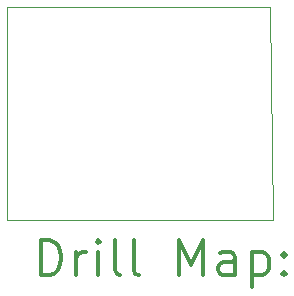
<source format=gbr>
%FSLAX45Y45*%
G04 Gerber Fmt 4.5, Leading zero omitted, Abs format (unit mm)*
G04 Created by KiCad (PCBNEW 5.0.2-bee76a0~70~ubuntu18.04.1) date Sat 23 Nov 2019 09:42:46 AM PST*
%MOMM*%
%LPD*%
G01*
G04 APERTURE LIST*
%ADD10C,0.050000*%
%ADD11C,0.200000*%
%ADD12C,0.300000*%
G04 APERTURE END LIST*
D10*
X9825000Y-7525000D02*
X7600000Y-7525000D01*
X9850000Y-9325000D02*
X9825000Y-7525000D01*
X7600000Y-9325000D02*
X9850000Y-9325000D01*
X7600000Y-7525000D02*
X7600000Y-9325000D01*
D11*
D12*
X7883928Y-9793214D02*
X7883928Y-9493214D01*
X7955357Y-9493214D01*
X7998214Y-9507500D01*
X8026786Y-9536072D01*
X8041071Y-9564643D01*
X8055357Y-9621786D01*
X8055357Y-9664643D01*
X8041071Y-9721786D01*
X8026786Y-9750357D01*
X7998214Y-9778929D01*
X7955357Y-9793214D01*
X7883928Y-9793214D01*
X8183928Y-9793214D02*
X8183928Y-9593214D01*
X8183928Y-9650357D02*
X8198214Y-9621786D01*
X8212500Y-9607500D01*
X8241071Y-9593214D01*
X8269643Y-9593214D01*
X8369643Y-9793214D02*
X8369643Y-9593214D01*
X8369643Y-9493214D02*
X8355357Y-9507500D01*
X8369643Y-9521786D01*
X8383928Y-9507500D01*
X8369643Y-9493214D01*
X8369643Y-9521786D01*
X8555357Y-9793214D02*
X8526786Y-9778929D01*
X8512500Y-9750357D01*
X8512500Y-9493214D01*
X8712500Y-9793214D02*
X8683928Y-9778929D01*
X8669643Y-9750357D01*
X8669643Y-9493214D01*
X9055357Y-9793214D02*
X9055357Y-9493214D01*
X9155357Y-9707500D01*
X9255357Y-9493214D01*
X9255357Y-9793214D01*
X9526786Y-9793214D02*
X9526786Y-9636072D01*
X9512500Y-9607500D01*
X9483928Y-9593214D01*
X9426786Y-9593214D01*
X9398214Y-9607500D01*
X9526786Y-9778929D02*
X9498214Y-9793214D01*
X9426786Y-9793214D01*
X9398214Y-9778929D01*
X9383928Y-9750357D01*
X9383928Y-9721786D01*
X9398214Y-9693214D01*
X9426786Y-9678929D01*
X9498214Y-9678929D01*
X9526786Y-9664643D01*
X9669643Y-9593214D02*
X9669643Y-9893214D01*
X9669643Y-9607500D02*
X9698214Y-9593214D01*
X9755357Y-9593214D01*
X9783928Y-9607500D01*
X9798214Y-9621786D01*
X9812500Y-9650357D01*
X9812500Y-9736072D01*
X9798214Y-9764643D01*
X9783928Y-9778929D01*
X9755357Y-9793214D01*
X9698214Y-9793214D01*
X9669643Y-9778929D01*
X9941071Y-9764643D02*
X9955357Y-9778929D01*
X9941071Y-9793214D01*
X9926786Y-9778929D01*
X9941071Y-9764643D01*
X9941071Y-9793214D01*
X9941071Y-9607500D02*
X9955357Y-9621786D01*
X9941071Y-9636072D01*
X9926786Y-9621786D01*
X9941071Y-9607500D01*
X9941071Y-9636072D01*
M02*

</source>
